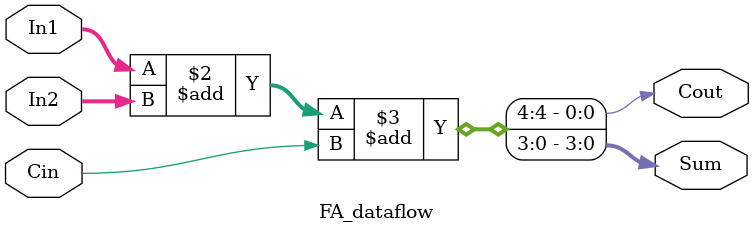
<source format=v>
module FA_dataflow (Cout, Sum,In1,In2,Cin);
  input [3:0]In1,In2;
  input Cin;
  output Cout;
  output [3:0]Sum;
  wire [3:0]binvert;
  assign binvert = In2 ^ {3{Cin}};
  assign {Cout,Sum}=In1+In2+Cin;
endmodule
</source>
